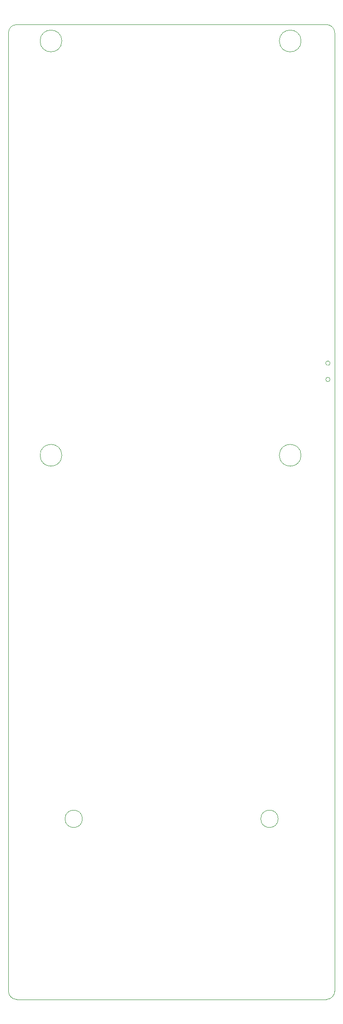
<source format=gbr>
%TF.GenerationSoftware,KiCad,Pcbnew,7.0.5*%
%TF.CreationDate,2023-07-27T14:44:28-03:00*%
%TF.ProjectId,Open_Machinist_Calculator,4f70656e-5f4d-4616-9368-696e6973745f,rev?*%
%TF.SameCoordinates,Original*%
%TF.FileFunction,Profile,NP*%
%FSLAX46Y46*%
G04 Gerber Fmt 4.6, Leading zero omitted, Abs format (unit mm)*
G04 Created by KiCad (PCBNEW 7.0.5) date 2023-07-27 14:44:28*
%MOMM*%
%LPD*%
G01*
G04 APERTURE LIST*
%TA.AperFunction,Profile*%
%ADD10C,0.100000*%
%TD*%
%TA.AperFunction,Profile*%
%ADD11C,0.120000*%
%TD*%
G04 APERTURE END LIST*
D10*
X134500000Y-44000000D02*
X77500000Y-44000000D01*
X76000000Y-45500000D02*
X76000000Y-221500000D01*
X89600000Y-189850000D02*
G75*
G03*
X89600000Y-189850000I-1600000J0D01*
G01*
X136000000Y-45500000D02*
G75*
G03*
X134500000Y-44000000I-1500000J0D01*
G01*
X134500000Y-223000000D02*
G75*
G03*
X136000000Y-221500000I0J1500000D01*
G01*
X136000000Y-221500000D02*
X136000000Y-45500000D01*
X77500000Y-44000000D02*
G75*
G03*
X76000000Y-45500000I0J-1500000D01*
G01*
X76000000Y-221500000D02*
G75*
G03*
X77500000Y-223000000I1500000J0D01*
G01*
X77500000Y-223000000D02*
X134500000Y-223000000D01*
X125600000Y-189850000D02*
G75*
G03*
X125600000Y-189850000I-1600000J0D01*
G01*
%TO.C,J3*%
X85816000Y-123087000D02*
G75*
G03*
X85816000Y-123087000I-2000000J0D01*
G01*
X129816000Y-123087000D02*
G75*
G03*
X129816000Y-123087000I-2000000J0D01*
G01*
X85816000Y-47007000D02*
G75*
G03*
X85816000Y-47007000I-2000000J0D01*
G01*
X129816000Y-47007000D02*
G75*
G03*
X129816000Y-47007000I-2000000J0D01*
G01*
D11*
%TO.C,SW2*%
X135145000Y-106160000D02*
G75*
G03*
X135145000Y-106160000I-400000J0D01*
G01*
X135145000Y-109160000D02*
G75*
G03*
X135145000Y-109160000I-400000J0D01*
G01*
%TD*%
M02*

</source>
